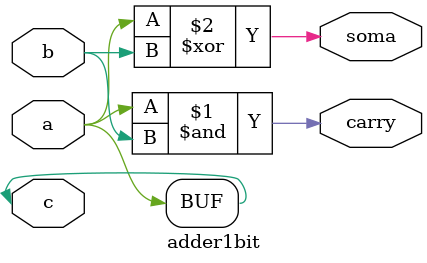
<source format=v>
module adder1bit (a, b, c, soma, carry);
    input a;
    input b;
    input c;
    output soma;
    output carry;

    assign a = c;
    assign carry = a & b;
    assign soma = a ^ b;

endmodule

</source>
